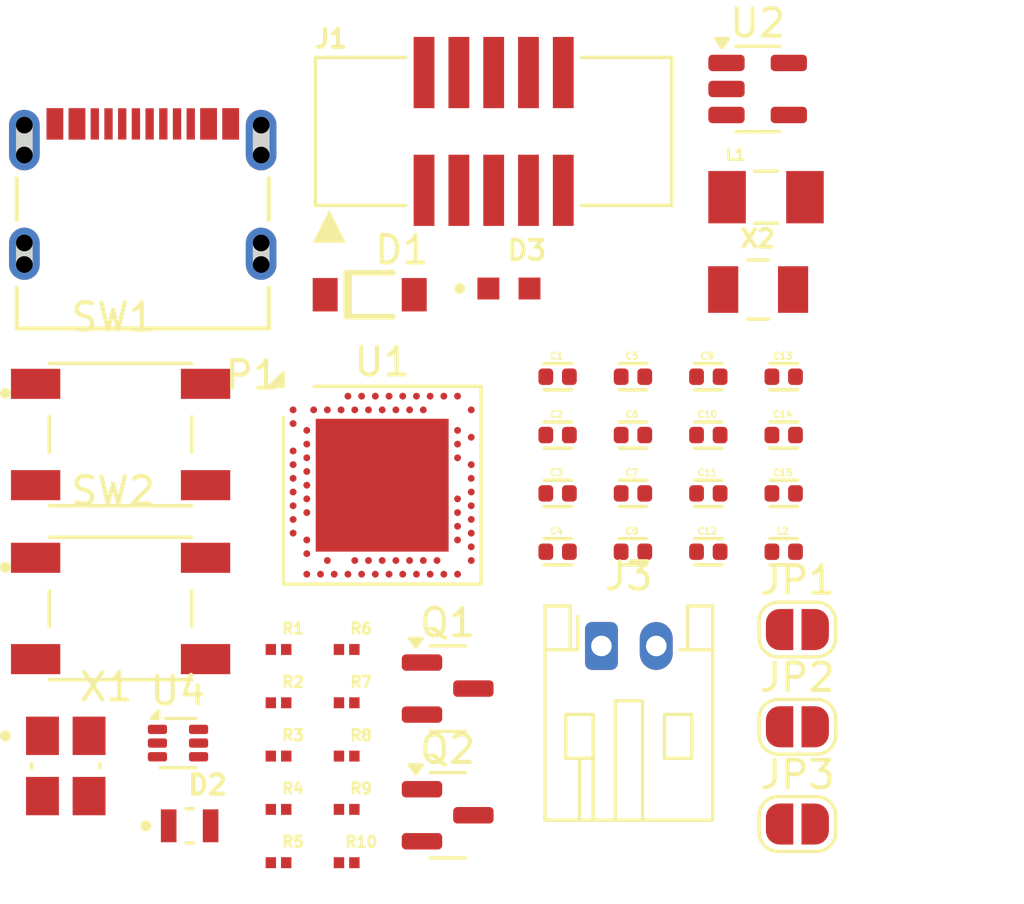
<source format=kicad_pcb>
(kicad_pcb (version 20240108) (generator "pcbnew") (generator_version "8.0")
  (layers (0 "F.Cu" signal) (31 "B.Cu" signal) (34 "B.Paste" user) (35 "F.Paste" user) (36 "B.SilkS" user "B.Silkscreen") (37 "F.SilkS" user "F.Silkscreen") (38 "B.Mask" user) (39 "F.Mask" user) (44 "Edge.Cuts" user))
  (net 0 "")
  (net 1 "+3.3V")
  (net 2 "GND")
  (net 3 "Net-(U1-DEC1)")
  (net 4 "Net-(U1-DEC3)")
  (net 5 "/DEC4_6")
  (net 6 "Net-(U1-DECUSB)")
  (net 7 "Net-(JP1-B)")
  (net 8 "Net-(JP2-B)")
  (net 9 "Net-(U1-XC2)")
  (net 10 "Net-(U1-XC1)")
  (net 11 "VBUS")
  (net 12 "VBAT")
  (net 13 "/VEXT")
  (net 14 "/SWCLOCK")
  (net 15 "/SWO")
  (net 17 "/SWDIO")
  (net 19 "Net-(P1-CC1)")
  (net 20 "Net-(JP1-A)")
  (net 21 "Net-(JP2-A)")
  (net 22 "Net-(JP3-B)")
  (net 23 "Net-(L1-Pad1)")
  (net 24 "Net-(U1-DCC)")
  (net 26 "/USBD+")
  (net 27 "Net-(P1-CC2)")
  (net 28 "/USBD-")
  (net 29 "Net-(Q1-G)")
  (net 30 "/EN_VEXT")
  (net 31 "Net-(U2-PROG)")
  (net 32 "Net-(D2-A)")
  (net 33 "Net-(U2-STAT)")
  (net 34 "/THRM_OUT")
  (net 35 "/THRM_EXT")
  (net 36 "Net-(D3-A)")
  (net 37 "/RESET")
  (net 38 "/SWITCH")
  (net 39 "/D5")
  (net 43 "/SCL")
  (net 45 "/D6")
  (net 47 "/D7")
  (net 50 "/A2")
  (net 52 "/D2")
  (net 54 "/A3")
  (net 57 "/A1")
  (net 59 "/RXD")
  (net 60 "/D3")
  (net 62 "/D4")
  (net 63 "/SDA")
  (net 67 "/D1")
  (net 68 "/A0")
  (net 69 "/TXD")
  (net 70 "/A5")
  (net 74 "/A4")
  (net 76 "Vext")
  (footprint "custom_jlc_parts:0402_cap" (layer "F.Cu") (at 148.1 92.3)
    (property "Reference" "C2" (at -0.038171 -0.755633 0) (layer "F.SilkS") (effects (font (size 0.241029 0.241029))))
    (property "Value" "0.1uF")
    (pad "1" smd roundrect (at -0.43 0 90) (size 0.6 0.54) (layers "F.Cu" "F.Paste" "F.Mask") (roundrect_rratio 0.265) (net 1 "+3.3V"))
    (pad "2" smd roundrect (at 0.43 0 90) (size 0.6 0.54) (layers "F.Cu" "F.Paste" "F.Mask") (roundrect_rratio 0.265) (net 2 "GND"))
  )
  (footprint "custom_jlc_parts:USBC_custom" (layer "F.Cu") (at 132.964032 84.6103)
    (property "Reference" "P1" (at 4 5.5 0) (layer "F.SilkS"))
    (property "Value" "USB_C_Plug_USB2.0")
    (fp_poly (pts (xy -3.512693 -3.0988) (xy -3.512693 -4.2418) (xy -2.903093 -4.2418) (xy -2.903093 -3.0988)) (fill solid) (layer "F.Cu"))
    (fp_poly (pts (xy -2.707767 -4.2418) (xy -2.098167 -4.2418) (xy -2.098167 -3.0988) (xy -2.707767 -3.0988)) (fill solid) (layer "F.Cu"))
    (fp_poly (pts (xy 2.707767 -4.2418) (xy 2.707767 -3.0988) (xy 2.098167 -3.0988) (xy 2.098167 -4.2418)) (fill solid) (layer "F.Cu"))
    (fp_poly (pts (xy 3.512693 -4.2418) (xy 3.512693 -3.0988) (xy 2.903093 -3.0988) (xy 2.903093 -4.2418)) (fill solid) (layer "F.Cu"))
    (fp_line (start -4.320032 1.4644) (end -4.320032 0.677) (stroke (width 0.6096)) (layer "Edge.Cuts"))
    (fp_line (start -4.320002 -2.5332) (end -4.320002 -3.6254) (stroke (width 0.6096)) (layer "Edge.Cuts"))
    (fp_line (start 4.320002 -2.5332) (end 4.320002 -3.6254) (stroke (width 0.6096)) (layer "Edge.Cuts"))
    (fp_line (start 4.320032 1.4644) (end 4.320032 0.677) (stroke (width 0.6096)) (layer "Edge.Cuts"))
    (pad "" np_thru_hole circle (at -4.320032 0.677) (size 0.6096 0.6096) (drill 0.6096) (layers))
    (pad "" np_thru_hole circle (at -4.320032 1.4644) (size 0.6096 0.6096) (drill 0.6096) (layers))
    (pad "" np_thru_hole circle (at -4.320002 -3.6254) (size 0.6096 0.6096) (drill 0.6096) (layers))
    (pad "" np_thru_hole circle (at -4.320002 -2.5332) (size 0.6096 0.6096) (drill 0.6096) (layers))
    (pad "" np_thru_hole circle (at -2.889999 -2.5793) (size 0.6604 0.6604) (drill 0.6604) (layers "*.Cu" "*.Mask"))
    (pad "" np_thru_hole circle (at 2.889999 -2.5793) (size 0.6604 0.6604) (drill 0.6604) (layers "*.Cu" "*.Mask"))
    (pad "" np_thru_hole circle (at 4.320002 -3.6254) (size 0.6096 0.6096) (drill 0.6096) (layers))
    (pad "" np_thru_hole circle (at 4.320002 -2.5332) (size 0.6096 0.6096) (drill 0.6096) (layers))
    (pad "" np_thru_hole circle (at 4.320032 0.677) (size 0.6096 0.6096) (drill 0.6096) (layers))
    (pad "" np_thru_hole circle (at 4.320032 1.4644) (size 0.6096 0.6096) (drill 0.6096) (layers))
    (pad "1" smd rect (at -3.207893 -3.6703) (size 0.6096 1.143) (layers "F.Cu" "F.Paste" "F.Mask") (net 2 "GND"))
    (pad "2" smd rect (at -2.402967 -3.6703) (size 0.6096 1.143) (layers "F.Cu" "F.Paste" "F.Mask") (net 11 "VBUS"))
    (pad "3" smd rect (at -1.750441 -3.6703) (size 0.3048 1.143) (layers "F.Cu" "F.Paste" "F.Mask"))
    (pad "4" smd rect (at -1.250315 -3.6703) (size 0.3048 1.143) (layers "F.Cu" "F.Paste" "F.Mask") (net 19 "Net-(P1-CC1)"))
    (pad "5" smd rect (at -0.750189 -3.6703) (size 0.3048 1.143) (layers "F.Cu" "F.Paste" "F.Mask") (net 28 "/USBD-"))
    (pad "6" smd rect (at -0.250063 -3.6703) (size 0.3048 1.143) (layers "F.Cu" "F.Paste" "F.Mask") (net 26 "/USBD+"))
    (pad "7" smd rect (at 0.250063 -3.6703) (size 0.3048 1.143) (layers "F.Cu" "F.Paste" "F.Mask") (net 28 "/USBD-"))
    (pad "8" smd rect (at 0.750189 -3.6703) (size 0.3048 1.143) (layers "F.Cu" "F.Paste" "F.Mask") (net 26 "/USBD+"))
    (pad "9" smd rect (at 1.250315 -3.6703) (size 0.3048 1.143) (layers "F.Cu" "F.Paste" "F.Mask"))
    (pad "10" smd rect (at 1.750441 -3.6703) (size 0.3048 1.143) (layers "F.Cu" "F.Paste" "F.Mask") (net 27 "Net-(P1-CC2)"))
    (pad "11" smd rect (at 2.402967 -3.6703) (size 0.6096 1.143) (layers "F.Cu" "F.Paste" "F.Mask") (net 11 "VBUS"))
    (pad "12" smd rect (at 3.207893 -3.6703) (size 0.6096 1.143) (layers "F.Cu" "F.Paste" "F.Mask") (net 2 "GND"))
    (pad "13" thru_hole oval (at -4.320032 1.0707 90) (size 1.905 1.1176) (drill 0.0254) (layers "*.Cu" "*.Mask") (net 2 "GND"))
    (pad "13" thru_hole oval (at -4.320002 -3.0793 90) (size 2.2098 1.1176) (drill 0.0254) (layers "*.Cu" "*.Mask") (net 2 "GND"))
    (pad "14" thru_hole oval (at 4.320002 -3.0793 90) (size 2.2098 1.1176) (drill 0.0254) (layers "*.Cu" "*.Mask") (net 2 "GND"))
    (pad "14" thru_hole oval (at 4.320032 1.0707 90) (size 1.905 1.1176) (drill 0.0254) (layers "*.Cu" "*.Mask") (net 2 "GND"))
  )
  (footprint "Package_TO_SOT_SMD:SOT-23" (layer "F.Cu") (at 144.09 101.555)
    (property "Reference" "Q1" (at 0 -2.4 0) (layer "F.SilkS"))
    (property "Value" "AO3401A")
    (pad "1" smd roundrect (at -0.9375 -0.95) (size 1.475 0.6) (layers "F.Cu" "F.Paste" "F.Mask") (net 29 "Net-(Q1-G)"))
    (pad "2" smd roundrect (at -0.9375 0.95) (size 1.475 0.6) (layers "F.Cu" "F.Paste" "F.Mask") (net 1 "+3.3V"))
    (pad "3" smd roundrect (at 0.9375 0) (size 1.475 0.6) (layers "F.Cu" "F.Paste" "F.Mask") (net 12 "VBAT"))
  )
  (footprint "Jumper:SolderJumper-2_P1.3mm_Open_RoundedPad1.0x1.5mm" (layer "F.Cu") (at 156.85 99.4)
    (property "Reference" "JP1" (at 0 -1.8 0) (layer "F.SilkS"))
    (property "Value" "SolderJumper_2_Open")
    (pad "1" smd custom (at -0.65 0) (size 1 0.5) (layers "F.Cu" "F.Mask") (net 20 "Net-(JP1-A)") (options (clearance outline) (anchor rect)) (primitives (gr_circle (center 0 0.25) (end 0.5 0.25) (width 0) (fill yes)) (gr_circle (center 0 -0.25) (end 0.5 -0.25) (width 0) (fill yes)) (gr_poly (pts (xy 0.5 0.75) (xy 0 0.75) (xy 0 -0.75) (xy 0.5 -0.75)) (width 0) (fill yes))))
    (pad "2" smd custom (at 0.65 0) (size 1 0.5) (layers "F.Cu" "F.Mask") (net 7 "Net-(JP1-B)") (options (clearance outline) (anchor rect)) (primitives (gr_circle (center 0 0.25) (end 0.5 0.25) (width 0) (fill yes)) (gr_circle (center 0 -0.25) (end 0.5 -0.25) (width 0) (fill yes)) (gr_poly (pts (xy 0 0.75) (xy -0.5 0.75) (xy -0.5 -0.75) (xy 0 -0.75)) (width 0) (fill yes))))
  )
  (footprint "custom_jlc_parts:0603_res" (layer "F.Cu") (at 140.404 107.912)
    (property "Reference" "R10" (at 0.53 -0.76 0) (layer "F.SilkS") (effects (font (size 0.393701 0.393701))))
    (property "Value" "5.1k")
    (pad "1" smd rect (at -0.281 0) (size 0.38 0.4) (layers "F.Cu" "F.Paste" "F.Mask") (net 2 "GND"))
    (pad "2" smd rect (at 0.281 0) (size 0.38 0.4) (layers "F.Cu" "F.Paste" "F.Mask") (net 19 "Net-(P1-CC1)"))
  )
  (footprint "custom_jlc_parts:0603_res" (layer "F.Cu") (at 140.404 104.02)
    (property "Reference" "R8" (at 0.53 -0.76 0) (layer "F.SilkS") (effects (font (size 0.393701 0.393701))))
    (property "Value" "10k")
    (pad "1" smd rect (at -0.281 0) (size 0.38 0.4) (layers "F.Cu" "F.Paste" "F.Mask") (net 30 "/EN_VEXT"))
    (pad "2" smd rect (at 0.281 0) (size 0.38 0.4) (layers "F.Cu" "F.Paste" "F.Mask") (net 2 "GND"))
  )
  (footprint "custom_jlc_parts:0402_cap" (layer "F.Cu") (at 156.35 90.17)
    (property "Reference" "C13" (at -0.038171 -0.755633 0) (layer "F.SilkS") (effects (font (size 0.241029 0.241029))))
    (property "Value" "10uF")
    (pad "1" smd roundrect (at -0.43 0 90) (size 0.6 0.54) (layers "F.Cu" "F.Paste" "F.Mask") (roundrect_rratio 0.265) (net 12 "VBAT"))
    (pad "2" smd roundrect (at 0.43 0 90) (size 0.6 0.54) (layers "F.Cu" "F.Paste" "F.Mask") (roundrect_rratio 0.265) (net 2 "GND"))
  )
  (footprint "custom_jlc_parts:0402_cap" (layer "F.Cu") (at 150.85 90.17)
    (property "Reference" "C5" (at -0.038171 -0.755633 0) (layer "F.SilkS") (effects (font (size 0.241029 0.241029))))
    (property "Value" "1uF")
    (pad "1" smd roundrect (at -0.43 0 90) (size 0.6 0.54) (layers "F.Cu" "F.Paste" "F.Mask") (roundrect_rratio 0.265) (net 2 "GND"))
    (pad "2" smd roundrect (at 0.43 0 90) (size 0.6 0.54) (layers "F.Cu" "F.Paste" "F.Mask") (roundrect_rratio 0.265) (net 5 "/DEC4_6"))
  )
  (footprint "custom_jlc_parts:0402_cap" (layer "F.Cu") (at 150.85 96.56)
    (property "Reference" "C8" (at -0.038171 -0.755633 0) (layer "F.SilkS") (effects (font (size 0.241029 0.241029))))
    (property "Value" "12pF")
    (pad "1" smd roundrect (at -0.43 0 90) (size 0.6 0.54) (layers "F.Cu" "F.Paste" "F.Mask") (roundrect_rratio 0.265) (net 7 "Net-(JP1-B)"))
    (pad "2" smd roundrect (at 0.43 0 90) (size 0.6 0.54) (layers "F.Cu" "F.Paste" "F.Mask") (roundrect_rratio 0.265) (net 2 "GND"))
  )
  (footprint "custom_jlc_parts:0402_cap" (layer "F.Cu") (at 153.6 94.43)
    (property "Reference" "C11" (at -0.038171 -0.755633 0) (layer "F.SilkS") (effects (font (size 0.241029 0.241029))))
    (property "Value" "12pF")
    (pad "1" smd roundrect (at -0.43 0 90) (size 0.6 0.54) (layers "F.Cu" "F.Paste" "F.Mask") (roundrect_rratio 0.265) (net 2 "GND"))
    (pad "2" smd roundrect (at 0.43 0 90) (size 0.6 0.54) (layers "F.Cu" "F.Paste" "F.Mask") (roundrect_rratio 0.265) (net 10 "Net-(U1-XC1)"))
  )
  (footprint "custom_jlc_parts:0402_cap" (layer "F.Cu") (at 153.6 90.17)
    (property "Reference" "C9" (at -0.038171 -0.755633 0) (layer "F.SilkS") (effects (font (size 0.241029 0.241029))))
    (property "Value" "12pF")
    (pad "1" smd roundrect (at -0.43 0 90) (size 0.6 0.54) (layers "F.Cu" "F.Paste" "F.Mask") (roundrect_rratio 0.265) (net 2 "GND"))
    (pad "2" smd roundrect (at 0.43 0 90) (size 0.6 0.54) (layers "F.Cu" "F.Paste" "F.Mask") (roundrect_rratio 0.265) (net 8 "Net-(JP2-B)"))
  )
  (footprint "Package_TO_SOT_SMD:SOT-23" (layer "F.Cu") (at 144.09 106.18)
    (property "Reference" "Q2" (at 0 -2.4 0) (layer "F.SilkS"))
    (property "Value" "AO3400A")
    (pad "1" smd roundrect (at -0.9375 -0.95) (size 1.475 0.6) (layers "F.Cu" "F.Paste" "F.Mask") (net 30 "/EN_VEXT"))
    (pad "2" smd roundrect (at -0.9375 0.95) (size 1.475 0.6) (layers "F.Cu" "F.Paste" "F.Mask") (net 13 "/VEXT"))
    (pad "3" smd roundrect (at 0.9375 0) (size 1.475 0.6) (layers "F.Cu" "F.Paste" "F.Mask") (net 1 "+3.3V"))
  )
  (footprint "Package_TO_SOT_SMD:SOT-563" (layer "F.Cu") (at 134.25 103.545)
    (property "Reference" "U4" (at 0 -1.9 0) (layer "F.SilkS"))
    (property "Value" "TMP112xxDRL")
    (pad "1" smd roundrect (at -0.75 -0.5) (size 0.7 0.34) (layers "F.Cu" "F.Paste" "F.Mask") (net 43 "/SCL"))
    (pad "2" smd roundrect (at -0.75 0) (size 0.7 0.34) (layers "F.Cu" "F.Paste" "F.Mask") (net 2 "GND"))
    (pad "3" smd roundrect (at -0.75 0.5) (size 0.7 0.34) (layers "F.Cu" "F.Paste" "F.Mask"))
    (pad "4" smd roundrect (at 0.75 0.5) (size 0.7 0.34) (layers "F.Cu" "F.Paste" "F.Mask") (net 2 "GND"))
    (pad "5" smd roundrect (at 0.75 0) (size 0.7 0.34) (layers "F.Cu" "F.Paste" "F.Mask") (net 13 "/VEXT"))
    (pad "6" smd roundrect (at 0.75 -0.5) (size 0.7 0.34) (layers "F.Cu" "F.Paste" "F.Mask") (net 63 "/SDA"))
  )
  (footprint "custom_jlc_parts:0603_res" (layer "F.Cu") (at 140.404 102.074)
    (property "Reference" "R7" (at 0.53 -0.76 0) (layer "F.SilkS") (effects (font (size 0.393701 0.393701))))
    (property "Value" "220")
    (pad "1" smd rect (at -0.281 0) (size 0.38 0.4) (layers "F.Cu" "F.Paste" "F.Mask") (net 22 "Net-(JP3-B)"))
    (pad "2" smd rect (at 0.281 0) (size 0.38 0.4) (layers "F.Cu" "F.Paste" "F.Mask") (net 36 "Net-(D3-A)"))
  )
  (footprint "custom_jlc_parts:switch_modify" (layer "F.Cu") (at 132.155 92.28)
    (property "Reference" "SW1" (at -0.275 -4.285 0) (layer "F.SilkS"))
    (property "Value" "SW_Push")
    (pad "1" smd rect (at -3.1 -1.85) (size 1.8 1.1) (layers "F.Cu" "F.Paste" "F.Mask") (net 37 "/RESET"))
    (pad "2" smd rect (at 3.1 -1.85) (size 1.8 1.1) (layers "F.Cu" "F.Paste" "F.Mask") (net 2 "GND"))
    (pad "3" smd rect (at -3.1 1.85) (size 1.8 1.1) (layers "F.Cu" "F.Paste" "F.Mask") (net 37 "/RESET"))
    (pad "4" smd rect (at 3.1 1.85) (size 1.8 1.1) (layers "F.Cu" "F.Paste" "F.Mask") (net 2 "GND"))
  )
  (footprint "custom_jlc_parts:0402_cap" (layer "F.Cu") (at 148.1 96.56)
    (property "Reference" "C4" (at -0.038171 -0.755633 0) (layer "F.SilkS") (effects (font (size 0.241029 0.241029))))
    (property "Value" "100pF")
    (pad "1" smd roundrect (at -0.43 0 90) (size 0.6 0.54) (layers "F.Cu" "F.Paste" "F.Mask") (roundrect_rratio 0.265) (net 2 "GND"))
    (pad "2" smd roundrect (at 0.43 0 90) (size 0.6 0.54) (layers "F.Cu" "F.Paste" "F.Mask") (roundrect_rratio 0.265) (net 4 "Net-(U1-DEC3)"))
  )
  (footprint "custom_jlc_parts:0402_cap" (layer "F.Cu") (at 153.6 92.3)
    (property "Reference" "C10" (at -0.038171 -0.755633 0) (layer "F.SilkS") (effects (font (size 0.241029 0.241029))))
    (property "Value" "12pF")
    (pad "1" smd roundrect (at -0.43 0 90) (size 0.6 0.54) (layers "F.Cu" "F.Paste" "F.Mask") (roundrect_rratio 0.265) (net 9 "Net-(U1-XC2)"))
    (pad "2" smd roundrect (at 0.43 0 90) (size 0.6 0.54) (layers "F.Cu" "F.Paste" "F.Mask") (roundrect_rratio 0.265) (net 2 "GND"))
  )
  (footprint "custom_jlc_parts:0603_res" (layer "F.Cu") (at 137.918 104.02)
    (property "Reference" "R3" (at 0.53 -0.76 0) (layer "F.SilkS") (effects (font (size 0.393701 0.393701))))
    (property "Value" "100")
    (pad "1" smd rect (at -0.281 0) (size 0.38 0.4) (layers "F.Cu" "F.Paste" "F.Mask") (net 29 "Net-(Q1-G)"))
    (pad "2" smd rect (at 0.281 0) (size 0.38 0.4) (layers "F.Cu" "F.Paste" "F.Mask") (net 11 "VBUS"))
  )
  (footprint "Jumper:SolderJumper-2_P1.3mm_Open_RoundedPad1.0x1.5mm" (layer "F.Cu") (at 156.85 102.95)
    (property "Reference" "JP2" (at 0 -1.8 0) (layer "F.SilkS"))
    (property "Value" "SolderJumper_2_Open")
    (pad "1" smd custom (at -0.65 0) (size 1 0.5) (layers "F.Cu" "F.Mask") (net 21 "Net-(JP2-A)") (options (clearance outline) (anchor rect)) (primitives (gr_circle (center 0 0.25) (end 0.5 0.25) (width 0) (fill yes)) (gr_circle (center 0 -0.25) (end 0.5 -0.25) (width 0) (fill yes)) (gr_poly (pts (xy 0.5 0.75) (xy 0 0.75) (xy 0 -0.75) (xy 0.5 -0.75)) (width 0) (fill yes))))
    (pad "2" smd custom (at 0.65 0) (size 1 0.5) (layers "F.Cu" "F.Mask") (net 8 "Net-(JP2-B)") (options (clearance outline) (anchor rect)) (primitives (gr_circle (center 0 0.25) (end 0.5 0.25) (width 0) (fill yes)) (gr_circle (center 0 -0.25) (end 0.5 -0.25) (width 0) (fill yes)) (gr_poly (pts (xy 0 0.75) (xy -0.5 0.75) (xy -0.5 -0.75) (xy 0 -0.75)) (width 0) (fill yes))))
  )
  (footprint "Package_TO_SOT_SMD:SOT-23-5" (layer "F.Cu") (at 155.4 79.665)
    (property "Reference" "U2" (at 0 -2.4 0) (layer "F.SilkS"))
    (property "Value" "MCP73831-2-OT")
    (pad "1" smd roundrect (at -1.1375 -0.95) (size 1.325 0.6) (layers "F.Cu" "F.Paste" "F.Mask") (net 33 "Net-(U2-STAT)"))
    (pad "2" smd roundrect (at -1.1375 0) (size 1.325 0.6) (layers "F.Cu" "F.Paste" "F.Mask") (net 2 "GND"))
    (pad "3" smd roundrect (at -1.1375 0.95) (size 1.325 0.6) (layers "F.Cu" "F.Paste" "F.Mask") (net 12 "VBAT"))
    (pad "4" smd roundrect (at 1.1375 0.95) (size 1.325 0.6) (layers "F.Cu" "F.Paste" "F.Mask") (net 11 "VBUS"))
    (pad "5" smd roundrect (at 1.1375 -0.95) (size 1.325 0.6) (layers "F.Cu" "F.Paste" "F.Mask") (net 31 "Net-(U2-PROG)"))
  )
  (footprint "custom_jlc_parts:0402_cap" (layer "F.Cu") (at 148.1 94.43)
    (property "Reference" "C3" (at -0.038171 -0.755633 0) (layer "F.SilkS") (effects (font (size 0.241029 0.241029))))
    (property "Value" "0.1uF")
    (pad "1" smd roundrect (at -0.43 0 90) (size 0.6 0.54) (layers "F.Cu" "F.Paste" "F.Mask") (roundrect_rratio 0.265) (net 2 "GND"))
    (pad "2" smd roundrect (at 0.43 0 90) (size 0.6 0.54) (layers "F.Cu" "F.Paste" "F.Mask") (roundrect_rratio 0.265) (net 3 "Net-(U1-DEC1)"))
  )
  (footprint "custom_jlc_parts:0603_led_red" (layer "F.Cu") (at 146.325 86.95)
    (property "Reference" "D3" (at 0.65 -1.39 0) (layer "F.SilkS") (effects (font (size 0.708661 0.708661))))
    (property "Value" "RED")
    (pad "1" smd rect (at -0.75 0) (size 0.8 0.8) (layers "F.Cu" "F.Paste" "F.Mask") (net 2 "GND"))
    (pad "2" smd rect (at 0.75 0) (size 0.8 0.8) (layers "F.Cu" "F.Paste" "F.Mask") (net 36 "Net-(D3-A)"))
  )
  (footprint "custom_jlc_parts:XTAL_32mhz" (layer "F.Cu") (at 130.155 104.38)
    (property "Reference" "X1" (at 1.475 -2.885 0) (layer "F.SilkS"))
    (property "Value" "32Mhz")
    (pad "1" smd rect (at -0.85 -1.1) (size 1.2 1.4) (layers "F.Cu" "F.Paste" "F.Mask") (net 10 "Net-(U1-XC1)"))
    (pad "2" smd rect (at -0.85 1.1) (size 1.2 1.4) (layers "F.Cu" "F.Paste" "F.Mask") (net 2 "GND"))
    (pad "3" smd rect (at 0.85 1.1) (size 1.2 1.4) (layers "F.Cu" "F.Paste" "F.Mask") (net 9 "Net-(U1-XC2)"))
    (pad "4" smd rect (at 0.85 -1.1) (size 1.2 1.4) (layers "F.Cu" "F.Paste" "F.Mask") (net 2 "GND"))
  )
  (footprint "custom_jlc_parts:0805_led_yellow" (layer "F.Cu") (at 134.675 106.565)
    (property "Reference" "D2" (at 0.65 -1.49 0) (layer "F.SilkS") (effects (font (size 0.708661 0.708661))))
    (property "Value" "YELLOW")
    (pad "1" smd rect (at -0.765 0) (size 0.57 1.2) (layers "F.Cu" "F.Paste" "F.Mask") (net 11 "VBUS"))
    (pad "2" smd rect (at 0.765 0) (size 0.57 1.2) (layers "F.Cu" "F.Paste" "F.Mask") (net 32 "Net-(D2-A)"))
  )
  (footprint "custom_jlc_parts:xtal_32_768khz" (layer "F.Cu") (at 155.417 86.987)
    (property "Reference" "X2" (at -0.018 -1.8564 0) (layer "F.SilkS") (effects (font (size 0.64 0.64))))
    (property "Value" "32.768kHz")
    (pad "1" smd rect (at -1.275 0) (size 1.1 1.7) (layers "F.Cu" "F.Paste" "F.Mask") (net 8 "Net-(JP2-B)"))
    (pad "2" smd rect (at 1.275 0) (size 1.1 1.7) (layers "F.Cu" "F.Paste" "F.Mask") (net 7 "Net-(JP1-B)"))
  )
  (footprint "custom_jlc_parts:Adafruit_JTAG_2X05_1.27MM_BOX_POSTS" (layer "F.Cu") (at 145.767745 81.215)
    (property "Reference" "J1" (at -6.6 -3 0) (layer "F.SilkS") (effects (font (size 0.666496 0.666496) (thickness 0.146304)) (justify left bottom)))
    (property "Value" "Conn_ARM_JTAG_SWD_10")
    (pad "" np_thru_hole circle (at -1.905 0) (size 1 1) (drill 1) (layers "*.Cu" "*.Mask"))
    (pad "" np_thru_hole circle (at 1.905 0) (size 1 1) (drill 1) (layers "*.Cu" "*.Mask"))
    (pad "1" smd rect (at -2.54 2.15) (size 0.76 2.6) (layers "F.Cu" "F.Paste" "F.Mask") (net 1 "+3.3V"))
    (pad "2" smd rect (at -2.54 -2.15) (size 0.76 2.6) (layers "F.Cu" "F.Paste" "F.Mask") (net 17 "/SWDIO"))
    (pad "3" smd rect (at -1.27 2.15) (size 0.76 2.6) (layers "F.Cu" "F.Paste" "F.Mask") (net 2 "GND"))
    (pad "4" smd rect (at -1.27 -2.15) (size 0.76 2.6) (layers "F.Cu" "F.Paste" "F.Mask") (net 14 "/SWCLOCK"))
    (pad "5" smd rect (at 0 2.15) (size 0.76 2.6) (layers "F.Cu" "F.Paste" "F.Mask") (net 2 "GND"))
    (pad "6" smd rect (at 0 -2.15) (size 0.76 2.6) (layers "F.Cu" "F.Paste" "F.Mask") (net 15 "/SWO"))
    (pad "7" smd rect (at 1.27 2.15) (size 0.76 2.6) (layers "F.Cu" "F.Paste" "F.Mask") (net 2 "GND"))
    (pad "8" smd rect (at 1.27 -2.15) (size 0.76 2.6) (layers "F.Cu" "F.Paste" "F.Mask"))
    (pad "9" smd rect (at 2.54 2.15) (size 0.76 2.6) (layers "F.Cu" "F.Paste" "F.Mask") (net 2 "GND"))
    (pad "10" smd rect (at 2.54 -2.15) (size 0.76 2.6) (layers "F.Cu" "F.Paste" "F.Mask") (net 37 "/RESET"))
  )
  (footprint "custom_jlc_parts:0402_cap" (layer "F.Cu") (at 156.35 96.56)
    (property "Reference" "L2" (at -0.038171 -0.755633 0) (layer "F.SilkS") (effects (font (size 0.241029 0.241029))))
    (property "Value" "15nH")
    (pad "1" smd roundrect (at -0.43 0 90) (size 0.6 0.54) (layers "F.Cu" "F.Paste" "F.Mask") (roundrect_rratio 0.265) (net 5 "/DEC4_6"))
    (pad "2" smd roundrect (at 0.43 0 90) (size 0.6 0.54) (layers "F.Cu" "F.Paste" "F.Mask") (roundrect_rratio 0.265) (net 23 "Net-(L1-Pad1)"))
  )
  (footprint "custom_jlc_parts:0402_cap" (layer "F.Cu") (at 153.6 96.56)
    (property "Reference" "C12" (at -0.038171 -0.755633 0) (layer "F.SilkS") (effects (font (size 0.241029 0.241029))))
    (property "Value" "4.7uF")
    (pad "1" smd roundrect (at -0.43 0 90) (size 0.6 0.54) (layers "F.Cu" "F.Paste" "F.Mask") (roundrect_rratio 0.265) (net 2 "GND"))
    (pad "2" smd roundrect (at 0.43 0 90) (size 0.6 0.54) (layers "F.Cu" "F.Paste" "F.Mask") (roundrect_rratio 0.265) (net 11 "VBUS"))
  )
  (footprint "custom_jlc_parts:0603_res" (layer "F.Cu") (at 137.918 107.912)
    (property "Reference" "R5" (at 0.53 -0.76 0) (layer "F.SilkS") (effects (font (size 0.393701 0.393701))))
    (property "Value" "10k")
    (pad "1" smd rect (at -0.281 0) (size 0.38 0.4) (layers "F.Cu" "F.Paste" "F.Mask") (net 30 "/EN_VEXT"))
    (pad "2" smd rect (at 0.281 0) (size 0.38 0.4) (layers "F.Cu" "F.Paste" "F.Mask") (net 13 "/VEXT"))
  )
  (footprint "custom_jlc_parts:0402_cap" (layer "F.Cu") (at 148.1 90.17)
    (property "Reference" "C1" (at -0.038171 -0.755633 0) (layer "F.SilkS") (effects (font (size 0.241029 0.241029))))
    (property "Value" "10uF")
    (pad "1" smd roundrect (at -0.43 0 90) (size 0.6 0.54) (layers "F.Cu" "F.Paste" "F.Mask") (roundrect_rratio 0.265) (net 1 "+3.3V"))
    (pad "2" smd roundrect (at 0.43 0 90) (size 0.6 0.54) (layers "F.Cu" "F.Paste" "F.Mask") (roundrect_rratio 0.265) (net 2 "GND"))
  )
  (footprint "custom_jlc_parts:switch_modify" (layer "F.Cu") (at 132.155 98.63)
    (property "Reference" "SW2" (at -0.275 -4.285 0) (layer "F.SilkS"))
    (property "Value" "SW_Push")
    (pad "1" smd rect (at -3.1 -1.85) (size 1.8 1.1) (layers "F.Cu" "F.Paste" "F.Mask") (net 38 "/SWITCH"))
    (pad "2" smd rect (at 3.1 -1.85) (size 1.8 1.1) (layers "F.Cu" "F.Paste" "F.Mask") (net 2 "GND"))
    (pad "3" smd rect (at -3.1 1.85) (size 1.8 1.1) (layers "F.Cu" "F.Paste" "F.Mask") (net 38 "/SWITCH"))
    (pad "4" smd rect (at 3.1 1.85) (size 1.8 1.1) (layers "F.Cu" "F.Paste" "F.Mask") (net 2 "GND"))
  )
  (footprint "custom_jlc_parts:1206_cap" (layer "F.Cu") (at 155.705 83.615)
    (property "Reference" "L1" (at -1.11 -1.55 0) (layer "F.SilkS") (effects (font (size 0.393701 0.393701))))
    (property "Value" "10uH")
    (pad "1" smd rect (at -1.421 0) (size 1.37 1.91) (layers "F.Cu" "F.Paste" "F.Mask") (net 23 "Net-(L1-Pad1)"))
    (pad "2" smd rect (at 1.421 0) (size 1.37 1.91) (layers "F.Cu" "F.Paste" "F.Mask") (net 24 "Net-(U1-DCC)"))
  )
  (footprint "Connector_JST:JST_PH_S2B-PH-K_1x02_P2.00mm_Horizontal" (layer "F.Cu") (at 149.7 100)
    (property "Reference" "J3" (at 1 -2.55 0) (layer "F.SilkS"))
    (property "Value" "Conn_01x02_Pin")
    (pad "1" thru_hole roundrect (at 0 0) (size 1.2 1.75) (drill 0.75) (layers "*.Cu" "*.Mask") (roundrect_rratio 0.208333) (net 12 "VBAT"))
    (pad "2" thru_hole oval (at 2 0) (size 1.2 1.75) (drill 0.75) (layers "*.Cu" "*.Mask") (net 2 "GND"))
  )
  (footprint "Jumper:SolderJumper-2_P1.3mm_Open_RoundedPad1.0x1.5mm" (layer "F.Cu") (at 156.85 106.5)
    (property "Reference" "JP3" (at 0 -1.8 0) (layer "F.SilkS"))
    (property "Value" "SolderJumper_2_Open")
    (pad "1" smd custom (at -0.65 0) (size 1 0.5) (layers "F.Cu" "F.Mask") (net 1 "+3.3V") (options (clearance outline) (anchor rect)) (primitives (gr_circle (center 0 0.25) (end 0.5 0.25) (width 0) (fill yes)) (gr_circle (center 0 -0.25) (end 0.5 -0.25) (width 0) (fill yes)) (gr_poly (pts (xy 0.5 0.75) (xy 0 0.75) (xy 0 -0.75) (xy 0.5 -0.75)) (width 0) (fill yes))))
    (pad "2" smd custom (at 0.65 0) (size 1 0.5) (layers "F.Cu" "F.Mask") (net 22 "Net-(JP3-B)") (options (clearance outline) (anchor rect)) (primitives (gr_circle (center 0 0.25) (end 0.5 0.25) (width 0) (fill yes)) (gr_circle (center 0 -0.25) (end 0.5 -0.25) (width 0) (fill yes)) (gr_poly (pts (xy 0 0.75) (xy -0.5 0.75) (xy -0.5 -0.75) (xy 0 -0.75)) (width 0) (fill yes))))
  )
  (footprint "custom_jlc_parts:0603_res" (layer "F.Cu") (at 140.404 100.128)
    (property "Reference" "R6" (at 0.53 -0.76 0) (layer "F.SilkS") (effects (font (size 0.393701 0.393701))))
    (property "Value" "10k")
    (pad "1" smd rect (at -0.281 0) (size 0.38 0.4) (layers "F.Cu" "F.Paste" "F.Mask") (net 34 "/THRM_OUT"))
    (pad "2" smd rect (at 0.281 0) (size 0.38 0.4) (layers "F.Cu" "F.Paste" "F.Mask") (net 35 "/THRM_EXT"))
  )
  (footprint "custom_jlc_parts:0603_res" (layer "F.Cu") (at 140.404 105.966)
    (property "Reference" "R9" (at 0.53 -0.76 0) (layer "F.SilkS") (effects (font (size 0.393701 0.393701))))
    (property "Value" "5.1k")
    (pad "1" smd rect (at -0.281 0) (size 0.38 0.4) (layers "F.Cu" "F.Paste" "F.Mask") (net 2 "GND"))
    (pad "2" smd rect (at 0.281 0) (size 0.38 0.4) (layers "F.Cu" "F.Paste" "F.Mask") (net 27 "Net-(P1-CC2)"))
  )
  (footprint "Package_DFN_QFN:Nordic_AQFN-73-1EP_7x7mm_P0.5mm" (layer "F.Cu") (at 141.7 94.13)
    (property "Reference" "U1" (at 0 -4.5 0) (layer "F.SilkS"))
    (property "Value" "nRF52840")
    (pad "A8" smd circle (at -1.25 -3.25 180) (size 0.25 0.25) (property pad_prop_bga) (layers "F.Cu" "F.Paste" "F.Mask") (net 70 "/A5"))
    (pad "A10" smd circle (at -0.75 -3.25 180) (size 0.25 0.25) (property pad_prop_bga) (layers "F.Cu" "F.Paste" "F.Mask") (net 54 "/A3"))
    (pad "A12" smd circle (at -0.25 -3.25 180) (size 0.25 0.25) (property pad_prop_bga) (layers "F.Cu" "F.Paste" "F.Mask"))
    (pad "A14" smd circle (at 0.25 -3.25 180) (size 0.25 0.25) (property pad_prop_bga) (layers "F.Cu" "F.Paste" "F.Mask"))
    (pad "A16" smd circle (at 0.75 -3.25 180) (size 0.25 0.25) (property pad_prop_bga) (layers "F.Cu" "F.Paste" "F.Mask"))
    (pad "A18" smd circle (at 1.25 -3.25 180) (size 0.25 0.25) (property pad_prop_bga) (layers "F.Cu" "F.Paste" "F.Mask"))
    (pad "A20" smd circle (at 1.75 -3.25 180) (size 0.25 0.25) (property pad_prop_bga) (layers "F.Cu" "F.Paste" "F.Mask"))
    (pad "A22" smd circle (at 2.25 -3.25 180) (size 0.25 0.25) (property pad_prop_bga) (layers "F.Cu" "F.Paste" "F.Mask") (net 76 "Vext"))
    (pad "A23" smd circle (at 2.75 -3.25 180) (size 0.25 0.25) (property pad_prop_bga) (layers "F.Cu" "F.Paste" "F.Mask") (net 9 "Net-(U1-XC2)"))
    (pad "AA24" smd circle (at 3.25 2.25 180) (size 0.25 0.25) (property pad_prop_bga) (layers "F.Cu" "F.Paste" "F.Mask") (net 14 "/SWCLOCK"))
    (pad "AB2" smd circle (at -2.75 2.5 180) (size 0.25 0.25) (property pad_prop_bga) (layers "F.Cu" "F.Paste" "F.Mask") (net 24 "Net-(U1-DCC)"))
    (pad "AC5" smd circle (at -2 2.75 180) (size 0.25 0.25) (property pad_prop_bga) (layers "F.Cu" "F.Paste" "F.Mask") (net 6 "Net-(U1-DECUSB)"))
    (pad "AC9" smd circle (at -1 2.75 180) (size 0.25 0.25) (property pad_prop_bga) (layers "F.Cu" "F.Paste" "F.Mask"))
    (pad "AC11" smd circle (at -0.5 2.75 180) (size 0.25 0.25) (property pad_prop_bga) (layers "F.Cu" "F.Paste" "F.Mask"))
    (pad "AC13" smd circle (at 0 2.75 180) (size 0.25 0.25) (property pad_prop_bga) (layers "F.Cu" "F.Paste" "F.Mask") (net 37 "/RESET"))
    (pad "AC15" smd circle (at 0.5 2.75 180) (size 0.25 0.25) (property pad_prop_bga) (layers "F.Cu" "F.Paste" "F.Mask"))
    (pad "AC17" smd circle (at 1 2.75 180) (size 0.25 0.25) (property pad_prop_bga) (layers "F.Cu" "F.Paste" "F.Mask"))
    (pad "AC19" smd circle (at 1.5 2.75 180) (size 0.25 0.25) (property pad_prop_bga) (layers "F.Cu" "F.Paste" "F.Mask"))
    (pad "AC21" smd circle (at 2 2.75 180) (size 0.25 0.25) (property pad_prop_bga) (layers "F.Cu" "F.Paste" "F.Mask") (net 69 "/TXD"))
    (pad "AC24" smd circle (at 3.25 2.75 180) (size 0.25 0.25) (property pad_prop_bga) (layers "F.Cu" "F.Paste" "F.Mask") (net 17 "/SWDIO"))
    (pad "AD2" smd circle (at -2.75 3.25 180) (size 0.25 0.25) (property pad_prop_bga) (layers "F.Cu" "F.Paste" "F.Mask") (net 11 "VBUS"))
    (pad "AD4" smd circle (at -2.25 3.25 180) (size 0.25 0.25) (property pad_prop_bga) (layers "F.Cu" "F.Paste" "F.Mask") (net 28 "/USBD-"))
    (pad "AD6" smd circle (at -1.75 3.25 180) (size 0.25 0.25) (property pad_prop_bga) (layers "F.Cu" "F.Paste" "F.Mask") (net 26 "/USBD+"))
    (pad "AD8" smd circle (at -1.25 3.25 180) (size 0.25 0.25) (property pad_prop_bga) (layers "F.Cu" "F.Paste" "F.Mask"))
    (pad "AD10" smd circle (at -0.75 3.25 180) (size 0.25 0.25) (property pad_prop_bga) (layers "F.Cu" "F.Paste" "F.Mask"))
    (pad "AD12" smd circle (at -0.25 3.25 180) (size 0.25 0.25) (property pad_prop_bga) (layers "F.Cu" "F.Paste" "F.Mask"))
    (pad "AD14" smd circle (at 0.25 3.25 180) (size 0.25 0.25) (property pad_prop_bga) (layers "F.Cu" "F.Paste" "F.Mask") (net 76 "Vext"))
    (pad "AD16" smd circle (at 0.75 3.25 180) (size 0.25 0.25) (property pad_prop_bga) (layers "F.Cu" "F.Paste" "F.Mask"))
    (pad "AD18" smd circle (at 1.25 3.25 180) (size 0.25 0.25) (property pad_prop_bga) (layers "F.Cu" "F.Paste" "F.Mask"))
    (pad "AD20" smd circle (at 1.75 3.25 180) (size 0.25 0.25) (property pad_prop_bga) (layers "F.Cu" "F.Paste" "F.Mask") (net 59 "/RXD"))
    (pad "AD22" smd circle (at 2.25 3.25 180) (size 0.25 0.25) (property pad_prop_bga) (layers "F.Cu" "F.Paste" "F.Mask") (net 15 "/SWO"))
    (pad "AD23" smd circle (at 2.75 3.25 180) (size 0.25 0.25) (property pad_prop_bga) (layers "F.Cu" "F.Paste" "F.Mask") (net 76 "Vext"))
    (pad "B1" smd circle (at -3.25 -2.75 180) (size 0.25 0.25) (property pad_prop_bga) (layers "F.Cu" "F.Paste" "F.Mask") (net 76 "Vext"))
    (pad "B3" smd circle (at -2.5 -2.75 180) (size 0.25 0.25) (property pad_prop_bga) (layers "F.Cu" "F.Paste" "F.Mask") (net 24 "Net-(U1-DCC)"))
    (pad "B5" smd circle (at -2 -2.75 180) (size 0.25 0.25) (property pad_prop_bga) (layers "F.Cu" "F.Paste" "F.Mask") (net 5 "/DEC4_6"))
    (pad "B7" smd circle (at -1.5 -2.75 180) (size 0.25 0.25) (property pad_prop_bga) (layers "F.Cu" "F.Paste" "F.Mask") (net 2 "GND"))
    (pad "B9" smd circle (at -1 -2.75 180) (size 0.25 0.25) (property pad_prop_bga) (layers "F.Cu" "F.Paste" "F.Mask") (net 74 "/A4"))
    (pad "B11" smd circle (at -0.5 -2.75 180) (size 0.25 0.25) (property pad_prop_bga) (layers "F.Cu" "F.Paste" "F.Mask") (net 50 "/A2"))
    (pad "B13" smd circle (at 0 -2.75 180) (size 0.25 0.25) (property pad_prop_bga) (layers "F.Cu" "F.Paste" "F.Mask") (net 35 "/THRM_EXT"))
    (pad "B15" smd circle (at 0.5 -2.75 180) (size 0.25 0.25) (property pad_prop_bga) (layers "F.Cu" "F.Paste" "F.Mask"))
    (pad "B17" smd circle (at 1 -2.75 180) (size 0.25 0.25) (property pad_prop_bga) (layers "F.Cu" "F.Paste" "F.Mask"))
    (pad "B19" smd circle (at 1.5 -2.75 180) (size 0.25 0.25) (property pad_prop_bga) (layers "F.Cu" "F.Paste" "F.Mask"))
    (pad "B24" smd circle (at 3.25 -2.75 180) (size 0.25 0.25) (property pad_prop_bga) (layers "F.Cu" "F.Paste" "F.Mask") (net 10 "Net-(U1-XC1)"))
    (pad "C1" smd circle (at -3.25 -2.25 180) (size 0.25 0.25) (property pad_prop_bga) (layers "F.Cu" "F.Paste" "F.Mask") (net 3 "Net-(U1-DEC1)"))
    (pad "D2" smd circle (at -2.75 -2 180) (size 0.25 0.25) (property pad_prop_bga) (layers "F.Cu" "F.Paste" "F.Mask") (net 20 "Net-(JP1-A)"))
    (pad "D23" smd circle (at 2.75 -2 180) (size 0.25 0.25) (property pad_prop_bga) (layers "F.Cu" "F.Paste" "F.Mask") (net 4 "Net-(U1-DEC3)"))
    (pad "E24" smd circle (at 3.25 -1.75 180) (size 0.25 0.25) (property pad_prop_bga) (layers "F.Cu" "F.Paste" "F.Mask") (net 5 "/DEC4_6"))
    (pad "EP" smd rect (at 0 0 180) (size 4.85 4.85) (layers "F.Cu" "F.Mask") (net 2 "GND"))
    (pad "F2" smd circle (at -2.75 -1.5 180) (size 0.25 0.25) (property pad_prop_bga) (layers "F.Cu" "F.Paste" "F.Mask") (net 21 "Net-(JP2-A)"))
    (pad "F23" smd circle (at 2.75 -1.5 180) (size 0.25 0.25) (property pad_prop_bga) (layers "F.Cu" "F.Paste" "F.Mask") (net 2 "GND"))
    (pad "G1" smd circle (at -3.25 -1.25 180) (size 0.25 0.25) (property pad_prop_bga) (layers "F.Cu" "F.Paste" "F.Mask") (net 39 "/D5"))
    (pad "H2" smd circle (at -2.75 -1 180) (size 0.25 0.25) (property pad_prop_bga) (layers "F.Cu" "F.Paste" "F.Mask") (net 45 "/D6"))
    (pad "H23" smd circle (at 2.75 -1 180) (size 0.25 0.25) (property pad_prop_bga) (layers "F.Cu" "F.Paste" "F.Mask"))
    (pad "J1" smd circle (at -3.25 -0.75 180) (size 0.25 0.25) (property pad_prop_bga) (layers "F.Cu" "F.Paste" "F.Mask") (net 68 "/A0"))
    (pad "J24" smd circle (at 3.25 -0.75 180) (size 0.25 0.25) (property pad_prop_bga) (layers "F.Cu" "F.Paste" "F.Mask") (net 62 "/D4"))
    (pad "K2" smd circle (at -2.75 -0.5 180) (size 0.25 0.25) (property pad_prop_bga) (layers "F.Cu" "F.Paste" "F.Mask") (net 57 "/A1"))
    (pad "L1" smd circle (at -3.25 -0.25 180) (size 0.25 0.25) (property pad_prop_bga) (layers "F.Cu" "F.Paste" "F.Mask") (net 30 "/EN_VEXT"))
    (pad "L24" smd circle (at 3.25 -0.25 180) (size 0.25 0.25) (property pad_prop_bga) (layers "F.Cu" "F.Paste" "F.Mask") (net 60 "/D3"))
    (pad "M2" smd circle (at -2.75 0 180) (size 0.25 0.25) (property pad_prop_bga) (layers "F.Cu" "F.Paste" "F.Mask") (net 67 "/D1"))
    (pad "N1" smd circle (at -3.25 0.25 180) (size 0.25 0.25) (property pad_prop_bga) (layers "F.Cu" "F.Paste" "F.Mask") (net 52 "/D2"))
    (pad "N24" smd circle (at 3.25 0.25 180) (size 0.25 0.25) (property pad_prop_bga) (layers "F.Cu" "F.Paste" "F.Mask"))
    (pad "P2" smd circle (at -2.75 0.5 180) (size 0.25 0.25) (property pad_prop_bga) (layers "F.Cu" "F.Paste" "F.Mask") (net 45 "/D6"))
    (pad "P23" smd circle (at 2.75 0.5 180) (size 0.25 0.25) (property pad_prop_bga) (layers "F.Cu" "F.Paste" "F.Mask"))
    (pad "R1" smd circle (at -3.25 0.75 180) (size 0.25 0.25) (property pad_prop_bga) (layers "F.Cu" "F.Paste" "F.Mask") (net 47 "/D7"))
    (pad "R24" smd circle (at 3.25 0.75 180) (size 0.25 0.25) (property pad_prop_bga) (layers "F.Cu" "F.Paste" "F.Mask"))
    (pad "T2" smd circle (at -2.75 1 180) (size 0.25 0.25) (property pad_prop_bga) (layers "F.Cu" "F.Paste" "F.Mask") (net 43 "/SCL"))
    (pad "T23" smd circle (at 2.75 1 180) (size 0.25 0.25) (property pad_prop_bga) (layers "F.Cu" "F.Paste" "F.Mask"))
    (pad "U1" smd circle (at -3.25 1.25 180) (size 0.25 0.25) (property pad_prop_bga) (layers "F.Cu" "F.Paste" "F.Mask") (net 63 "/SDA"))
    (pad "U24" smd circle (at 3.25 1.25 180) (size 0.25 0.25) (property pad_prop_bga) (layers "F.Cu" "F.Paste" "F.Mask"))
    (pad "V23" smd circle (at 2.75 1.5 180) (size 0.25 0.25) (property pad_prop_bga) (layers "F.Cu" "F.Paste" "F.Mask"))
    (pad "W1" smd circle (at -3.25 1.75 180) (size 0.25 0.25) (property pad_prop_bga) (layers "F.Cu" "F.Paste" "F.Mask") (net 76 "Vext"))
    (pad "W24" smd circle (at 3.25 1.75 180) (size 0.25 0.25) (property pad_prop_bga) (layers "F.Cu" "F.Paste" "F.Mask") (net 38 "/SWITCH"))
    (pad "Y2" smd circle (at -2.75 2 180) (size 0.25 0.25) (property pad_prop_bga) (layers "F.Cu" "F.Paste" "F.Mask") (net 1 "+3.3V"))
    (pad "Y23" smd circle (at 2.75 2 180) (size 0.25 0.25) (property pad_prop_bga) (layers "F.Cu" "F.Paste" "F.Mask"))
  )
  (footprint "custom_jlc_parts:0402_cap" (layer "F.Cu") (at 156.35 94.43)
    (property "Reference" "C15" (at -0.038171 -0.755633 0) (layer "F.SilkS") (effects (font (size 0.241029 0.241029))))
    (property "Value" "4.7uF")
    (pad "1" smd roundrect (at -0.43 0 90) (size 0.6 0.54) (layers "F.Cu" "F.Paste" "F.Mask") (roundrect_rratio 0.265) (net 2 "GND"))
    (pad "2" smd roundrect (at 0.43 0 90) (size 0.6 0.54) (layers "F.Cu" "F.Paste" "F.Mask") (roundrect_rratio 0.265) (net 11 "VBUS"))
  )
  (footprint "custom_jlc_parts:0402_cap" (layer "F.Cu") (at 156.35 92.3)
    (property "Reference" "C14" (at -0.038171 -0.755633 0) (layer "F.SilkS") (effects (font (size 0.241029 0.241029))))
    (property "Value" "0.1uF")
    (pad "1" smd roundrect (at -0.43 0 90) (size 0.6 0.54) (layers "F.Cu" "F.Paste" "F.Mask") (roundrect_rratio 0.265) (net 13 "/VEXT"))
    (pad "2" smd roundrect (at 0.43 0 90) (size 0.6 0.54) (layers "F.Cu" "F.Paste" "F.Mask") (roundrect_rratio 0.265) (net 2 "GND"))
  )
  (footprint "custom_jlc_parts:0603_res" (layer "F.Cu") (at 137.918 100.128)
    (property "Reference" "R1" (at 0.53 -0.76 0) (layer "F.SilkS") (effects (font (size 0.393701 0.393701))))
    (property "Value" "4.7k")
    (pad "1" smd rect (at -0.281 0) (size 0.38 0.4) (layers "F.Cu" "F.Paste" "F.Mask") (net 2 "GND"))
    (pad "2" smd rect (at 0.281 0) (size 0.38 0.4) (layers "F.Cu" "F.Paste" "F.Mask") (net 31 "Net-(U2-PROG)"))
  )
  (footprint "custom_jlc_parts:0402_cap" (layer "F.Cu") (at 150.85 94.43)
    (property "Reference" "C7" (at -0.038171 -0.755633 0) (layer "F.SilkS") (effects (font (size 0.241029 0.241029))))
    (property "Value" "4.7uF")
    (pad "1" smd roundrect (at -0.43 0 90) (size 0.6 0.54) (layers "F.Cu" "F.Paste" "F.Mask") (roundrect_rratio 0.265) (net 2 "GND"))
    (pad "2" smd roundrect (at 0.43 0 90) (size 0.6 0.54) (layers "F.Cu" "F.Paste" "F.Mask") (roundrect_rratio 0.265) (net 6 "Net-(U1-DECUSB)"))
  )
  (footprint "custom_jlc_parts:0402_cap" (layer "F.Cu") (at 150.85 92.3)
    (property "Reference" "C6" (at -0.038171 -0.755633 0) (layer "F.SilkS") (effects (font (size 0.241029 0.241029))))
    (property "Value" "47nF")
    (pad "1" smd roundrect (at -0.43 0 90) (size 0.6 0.54) (layers "F.Cu" "F.Paste" "F.Mask") (roundrect_rratio 0.265) (net 2 "GND"))
    (pad "2" smd roundrect (at 0.43 0 90) (size 0.6 0.54) (layers "F.Cu" "F.Paste" "F.Mask") (roundrect_rratio 0.265) (net 5 "/DEC4_6"))
  )
  (footprint "custom_jlc_parts:0603_res" (layer "F.Cu") (at 137.918 102.074)
    (property "Reference" "R2" (at 0.53 -0.76 0) (layer "F.SilkS") (effects (font (size 0.393701 0.393701))))
    (property "Value" "1k")
    (pad "1" smd rect (at -0.281 0) (size 0.38 0.4) (layers "F.Cu" "F.Paste" "F.Mask") (net 33 "Net-(U2-STAT)"))
    (pad "2" smd rect (at 0.281 0) (size 0.38 0.4) (layers "F.Cu" "F.Paste" "F.Mask") (net 32 "Net-(D2-A)"))
  )
  (footprint "custom_jlc_parts:SOD-123FL_diode" (layer "F.Cu") (at 141.245 87.1766)
    (property "Reference" "D1" (at 1.175 -1.635 0) (layer "F.SilkS"))
    (property "Value" "D")
    (pad "1" smd rect (at -1.625 0 180) (size 0.91 1.22) (layers "F.Cu" "F.Paste" "F.Mask") (net 1 "+3.3V"))
    (pad "2" smd rect (at 1.625 0) (size 0.91 1.22) (layers "F.Cu" "F.Paste" "F.Mask") (net 11 "VBUS"))
  )
  (footprint "custom_jlc_parts:0603_res" (layer "F.Cu") (at 137.918 105.966)
    (property "Reference" "R4" (at 0.53 -0.76 0) (layer "F.SilkS") (effects (font (size 0.393701 0.393701))))
    (property "Value" "10k")
    (pad "1" smd rect (at -0.281 0) (size 0.38 0.4) (layers "F.Cu" "F.Paste" "F.Mask") (net 11 "VBUS"))
    (pad "2" smd rect (at 0.281 0) (size 0.38 0.4) (layers "F.Cu" "F.Paste" "F.Mask") (net 2 "GND"))
  )
)
</source>
